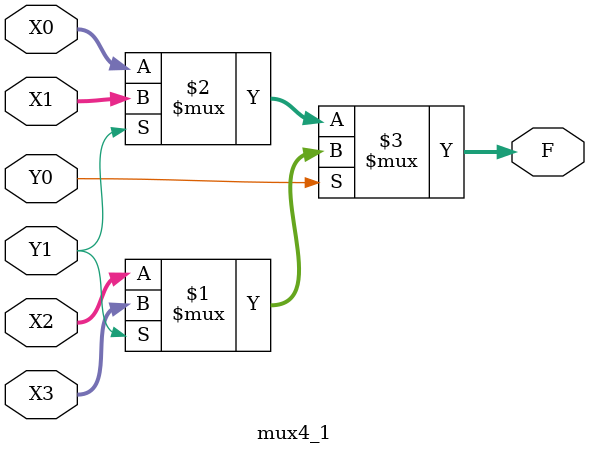
<source format=v>
module mux4_1(
    input Y0, Y1,
    input [1:0] X0, X1, X2, X3, 
    output wire [1:0] F 
);

assign F = Y0 ? (Y1 ? X3 : X2) : (Y1 ? X1 : X0);//三元运算符

endmodule


</source>
